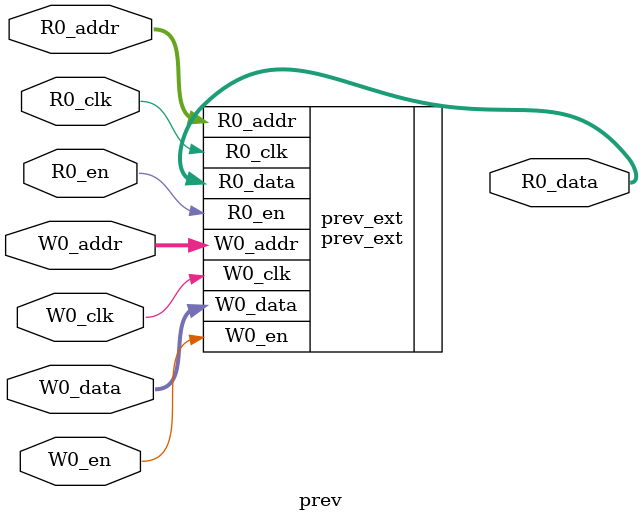
<source format=sv>
`ifndef RANDOMIZE
  `ifdef RANDOMIZE_MEM_INIT
    `define RANDOMIZE
  `endif // RANDOMIZE_MEM_INIT
`endif // not def RANDOMIZE
`ifndef RANDOMIZE
  `ifdef RANDOMIZE_REG_INIT
    `define RANDOMIZE
  `endif // RANDOMIZE_REG_INIT
`endif // not def RANDOMIZE

`ifndef RANDOM
  `define RANDOM $random
`endif // not def RANDOM

// Users can define INIT_RANDOM as general code that gets injected into the
// initializer block for modules with registers.
`ifndef INIT_RANDOM
  `define INIT_RANDOM
`endif // not def INIT_RANDOM

// If using random initialization, you can also define RANDOMIZE_DELAY to
// customize the delay used, otherwise 0.002 is used.
`ifndef RANDOMIZE_DELAY
  `define RANDOMIZE_DELAY 0.002
`endif // not def RANDOMIZE_DELAY

// Define INIT_RANDOM_PROLOG_ for use in our modules below.
`ifndef INIT_RANDOM_PROLOG_
  `ifdef RANDOMIZE
    `ifdef VERILATOR
      `define INIT_RANDOM_PROLOG_ `INIT_RANDOM
    `else  // VERILATOR
      `define INIT_RANDOM_PROLOG_ `INIT_RANDOM #`RANDOMIZE_DELAY begin end
    `endif // VERILATOR
  `else  // RANDOMIZE
    `define INIT_RANDOM_PROLOG_
  `endif // RANDOMIZE
`endif // not def INIT_RANDOM_PROLOG_

// Include register initializers in init blocks unless synthesis is set
`ifndef SYNTHESIS
  `ifndef ENABLE_INITIAL_REG_
    `define ENABLE_INITIAL_REG_
  `endif // not def ENABLE_INITIAL_REG_
`endif // not def SYNTHESIS

// Include rmemory initializers in init blocks unless synthesis is set
`ifndef SYNTHESIS
  `ifndef ENABLE_INITIAL_MEM_
    `define ENABLE_INITIAL_MEM_
  `endif // not def ENABLE_INITIAL_MEM_
`endif // not def SYNTHESIS

// Standard header to adapt well known macros for prints and assertions.

// Users can define 'PRINTF_COND' to add an extra gate to prints.
`ifndef PRINTF_COND_
  `ifdef PRINTF_COND
    `define PRINTF_COND_ (`PRINTF_COND)
  `else  // PRINTF_COND
    `define PRINTF_COND_ 1
  `endif // PRINTF_COND
`endif // not def PRINTF_COND_

// Users can define 'ASSERT_VERBOSE_COND' to add an extra gate to assert error printing.
`ifndef ASSERT_VERBOSE_COND_
  `ifdef ASSERT_VERBOSE_COND
    `define ASSERT_VERBOSE_COND_ (`ASSERT_VERBOSE_COND)
  `else  // ASSERT_VERBOSE_COND
    `define ASSERT_VERBOSE_COND_ 1
  `endif // ASSERT_VERBOSE_COND
`endif // not def ASSERT_VERBOSE_COND_

// Users can define 'STOP_COND' to add an extra gate to stop conditions.
`ifndef STOP_COND_
  `ifdef STOP_COND
    `define STOP_COND_ (`STOP_COND)
  `else  // STOP_COND
    `define STOP_COND_ 1
  `endif // STOP_COND
`endif // not def STOP_COND_

module prev(	// ventus/src/cta/resource_table.scala:583:25
  input  [2:0] R0_addr,
  input        R0_en,
               R0_clk,
  output [2:0] R0_data,
  input  [2:0] W0_addr,
  input        W0_en,
               W0_clk,
  input  [2:0] W0_data
);

  prev_ext prev_ext (	// ventus/src/cta/resource_table.scala:583:25
    .R0_addr (R0_addr),
    .R0_en   (R0_en),
    .R0_clk  (R0_clk),
    .R0_data (R0_data),
    .W0_addr (W0_addr),
    .W0_en   (W0_en),
    .W0_clk  (W0_clk),
    .W0_data (W0_data)
  );
endmodule


</source>
